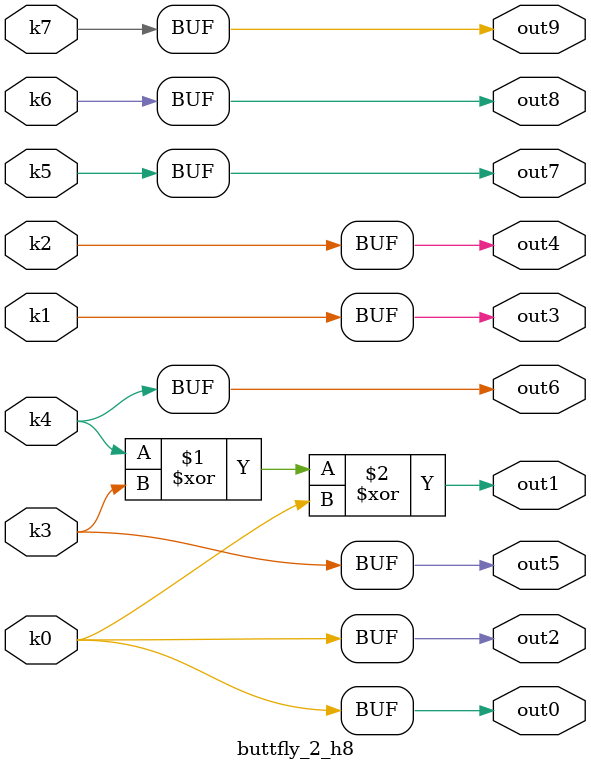
<source format=v>
module buttfly_2(pi00, pi01, pi02, pi03, pi04, pi05, pi06, pi07, pi08, pi09, po00, po01, po02, po03, po04, po05, po06, po07, po08, po09);
input pi00, pi01, pi02, pi03, pi04, pi05, pi06, pi07, pi08, pi09;
output po00, po01, po02, po03, po04, po05, po06, po07, po08, po09;
wire k0, k1, k2, k3, k4, k5, k6, k7;
buttfly_2_w8 DUT1 (pi00, pi01, pi02, pi03, pi04, pi05, pi06, pi07, pi08, pi09, k0, k1, k2, k3, k4, k5, k6, k7);
buttfly_2_h8 DUT2 (k0, k1, k2, k3, k4, k5, k6, k7, po00, po01, po02, po03, po04, po05, po06, po07, po08, po09);
endmodule

module buttfly_2_w8(in9, in8, in7, in6, in5, in4, in3, in2, in1, in0, k7, k6, k5, k4, k3, k2, k1, k0);
input in9, in8, in7, in6, in5, in4, in3, in2, in1, in0;
output k7, k6, k5, k4, k3, k2, k1, k0;
assign k0 =   ((in7 ^ in4) & (((~in8 | in5) & ((in1 & (~in9 | in6)) | (~in9 & in6))) | (~in8 & in5))) | ((in8 | ~in5) & ((in9 & ~in6) | (in0 & (in9 | ~in6))) & (~in7 ^ in4)) | (in8 & ~in5 & (~in7 ^ in4));
assign k1 =   ((in8 ^ in5) & ((in1 & (~in9 | in6)) | (~in9 & in6))) | (((in9 & ~in6) | (in0 & (in9 | ~in6))) & (~in8 ^ in5));
assign k2 =   (in1 & (in9 ^ in6)) | (in0 & (~in9 ^ in6));
assign k3 =   (((~in9 & (~in6 | in2)) | (~in6 & in2)) & (~in7 | ~in4) & (~in8 | ~in5)) | (~in8 & ~in5 & (~in7 | ~in4)) | (~in7 & ~in4);
assign k4 =   (((in9 & (in6 | in3)) | (in6 & in3)) & (in7 | in4) & (in8 | in5)) | (in8 & in5 & (in7 | in4)) | (in7 & in4);
assign k5 =   ((in7 ^ in4) & (((in8 | in5) & ((in3 & (in9 | in6)) | (in9 & in6))) | (in8 & in5))) | ((~in8 | ~in5) & ((~in9 & ~in6) | (in2 & (~in9 | ~in6))) & (~in7 ^ in4)) | (~in8 & ~in5 & (~in7 ^ in4));
assign k6 =   ((in8 ^ in5) & ((in3 & (in9 | in6)) | (in9 & in6))) | (((~in9 & ~in6) | (in2 & (~in9 | ~in6))) & (~in8 ^ in5));
assign k7 =   (in3 & (in9 ^ in6)) | (in2 & (~in9 ^ in6));
endmodule

module buttfly_2_h8(k7, k6, k5, k4, k3, k2, k1, k0, out9, out8, out7, out6, out5, out4, out3, out2, out1, out0);
input k7, k6, k5, k4, k3, k2, k1, k0;
output out9, out8, out7, out6, out5, out4, out3, out2, out1, out0;
assign out0 = k0;
assign out1 = k4 ^ k3 ^ k0;
assign out2 = k0;
assign out3 = k1;
assign out4 = k2;
assign out5 = k3;
assign out6 = k4;
assign out7 = k5;
assign out8 = k6;
assign out9 = k7;
endmodule

</source>
